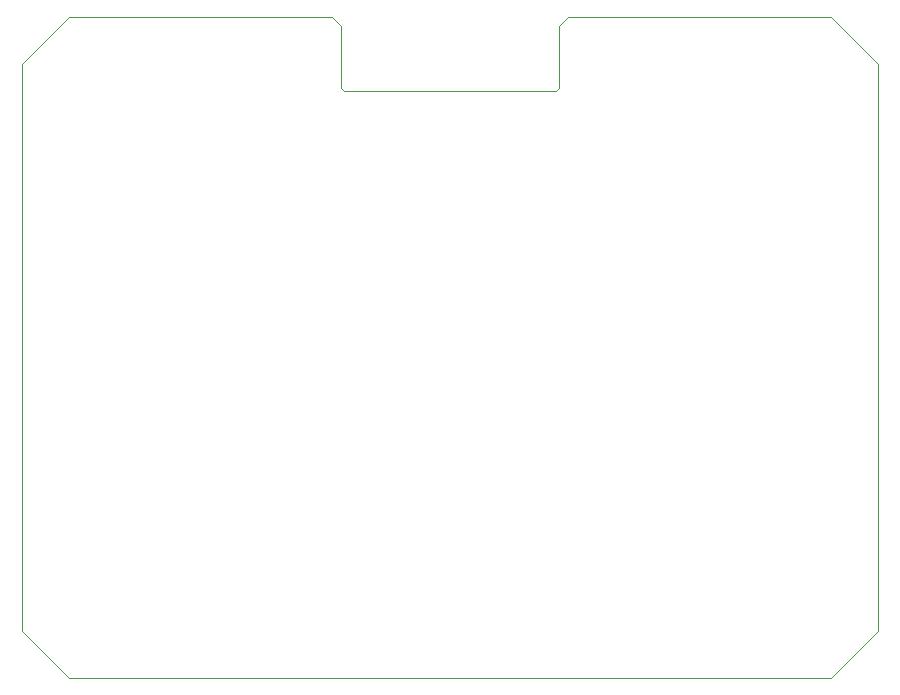
<source format=gbr>
%TF.GenerationSoftware,KiCad,Pcbnew,(5.1.10)-1*%
%TF.CreationDate,2021-10-03T21:55:55+02:00*%
%TF.ProjectId,KitchenTimer,4b697463-6865-46e5-9469-6d65722e6b69,rev?*%
%TF.SameCoordinates,Original*%
%TF.FileFunction,Profile,NP*%
%FSLAX46Y46*%
G04 Gerber Fmt 4.6, Leading zero omitted, Abs format (unit mm)*
G04 Created by KiCad (PCBNEW (5.1.10)-1) date 2021-10-03 21:55:55*
%MOMM*%
%LPD*%
G01*
G04 APERTURE LIST*
%TA.AperFunction,Profile*%
%ADD10C,0.050000*%
%TD*%
G04 APERTURE END LIST*
D10*
X60000000Y-18000000D02*
X59250000Y-18750000D01*
X13750000Y-22000000D02*
X17750000Y-18000000D01*
X13750000Y-70000000D02*
X13750000Y-22000000D01*
X17750000Y-74000000D02*
X13750000Y-70000000D01*
X17750000Y-74000000D02*
X50000000Y-74000000D01*
X82250000Y-74000000D02*
X50000000Y-74000000D01*
X86250000Y-70000000D02*
X82250000Y-74000000D01*
X82250000Y-18000000D02*
X86250000Y-22000000D01*
X86250000Y-70000000D02*
X86250000Y-22000000D01*
X60000000Y-18000000D02*
X82250000Y-18000000D01*
X59250000Y-24000000D02*
X59250000Y-18750000D01*
X40000000Y-18000000D02*
X17750000Y-18000000D01*
X40750000Y-18750000D02*
X40000000Y-18000000D01*
X40750000Y-24000000D02*
X40750000Y-18750000D01*
X41000000Y-24250000D02*
X40750000Y-24000000D01*
X59000000Y-24250000D02*
X41000000Y-24250000D01*
X59250000Y-24000000D02*
X59000000Y-24250000D01*
M02*

</source>
